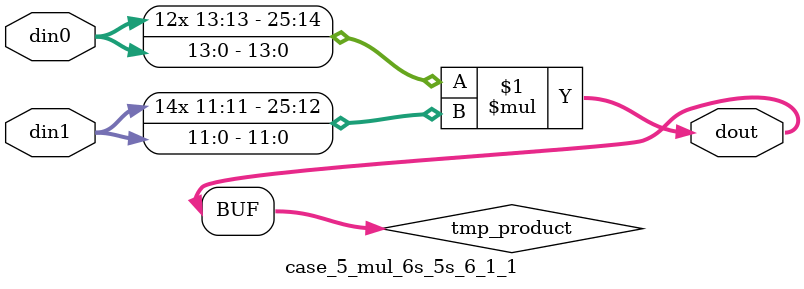
<source format=v>

`timescale 1 ns / 1 ps

 module case_5_mul_6s_5s_6_1_1(din0, din1, dout);
parameter ID = 1;
parameter NUM_STAGE = 0;
parameter din0_WIDTH = 14;
parameter din1_WIDTH = 12;
parameter dout_WIDTH = 26;

input [din0_WIDTH - 1 : 0] din0; 
input [din1_WIDTH - 1 : 0] din1; 
output [dout_WIDTH - 1 : 0] dout;

wire signed [dout_WIDTH - 1 : 0] tmp_product;



























assign tmp_product = $signed(din0) * $signed(din1);








assign dout = tmp_product;





















endmodule

</source>
